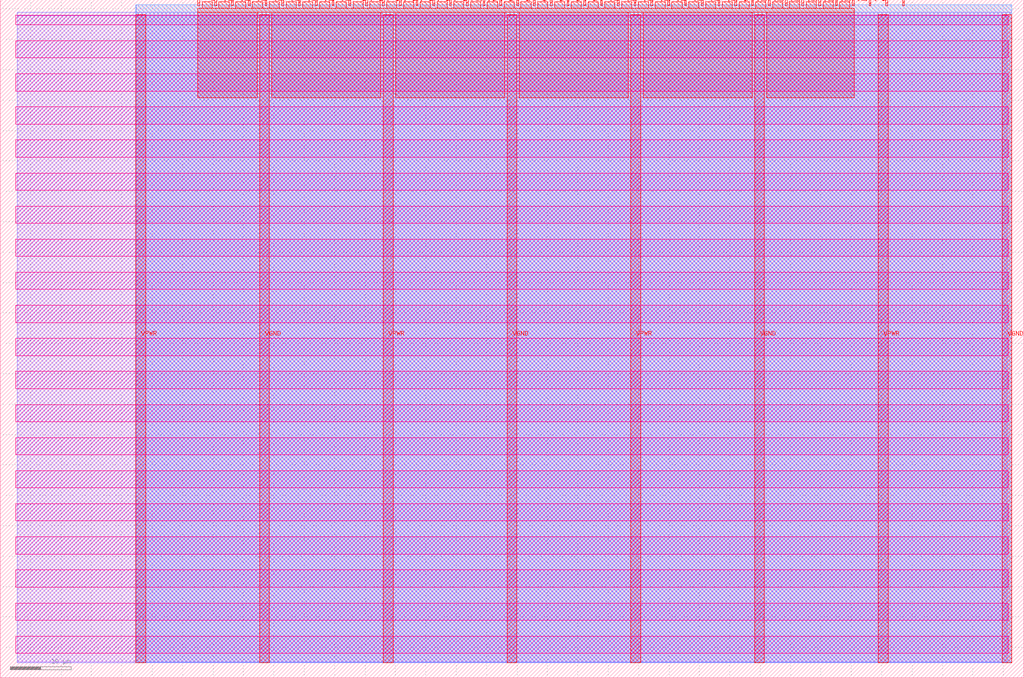
<source format=lef>
VERSION 5.7 ;
  NOWIREEXTENSIONATPIN ON ;
  DIVIDERCHAR "/" ;
  BUSBITCHARS "[]" ;
MACRO tt_um_cejmu
  CLASS BLOCK ;
  FOREIGN tt_um_cejmu ;
  ORIGIN 0.000 0.000 ;
  SIZE 168.360 BY 111.520 ;
  PIN VGND
    DIRECTION INOUT ;
    USE GROUND ;
    PORT
      LAYER met4 ;
        RECT 42.670 2.480 44.270 109.040 ;
    END
    PORT
      LAYER met4 ;
        RECT 83.380 2.480 84.980 109.040 ;
    END
    PORT
      LAYER met4 ;
        RECT 124.090 2.480 125.690 109.040 ;
    END
    PORT
      LAYER met4 ;
        RECT 164.800 2.480 166.400 109.040 ;
    END
  END VGND
  PIN VPWR
    DIRECTION INOUT ;
    USE POWER ;
    PORT
      LAYER met4 ;
        RECT 22.315 2.480 23.915 109.040 ;
    END
    PORT
      LAYER met4 ;
        RECT 63.025 2.480 64.625 109.040 ;
    END
    PORT
      LAYER met4 ;
        RECT 103.735 2.480 105.335 109.040 ;
    END
    PORT
      LAYER met4 ;
        RECT 144.445 2.480 146.045 109.040 ;
    END
  END VPWR
  PIN clk
    DIRECTION INPUT ;
    USE SIGNAL ;
    PORT
      LAYER met4 ;
        RECT 145.670 110.520 145.970 111.520 ;
    END
  END clk
  PIN ena
    DIRECTION INPUT ;
    USE SIGNAL ;
    PORT
      LAYER met4 ;
        RECT 148.430 110.520 148.730 111.520 ;
    END
  END ena
  PIN rst_n
    DIRECTION INPUT ;
    USE SIGNAL ;
    PORT
      LAYER met4 ;
        RECT 142.910 110.520 143.210 111.520 ;
    END
  END rst_n
  PIN ui_in[0]
    DIRECTION INPUT ;
    USE SIGNAL ;
    ANTENNAGATEAREA 0.126000 ;
    PORT
      LAYER met4 ;
        RECT 140.150 110.520 140.450 111.520 ;
    END
  END ui_in[0]
  PIN ui_in[1]
    DIRECTION INPUT ;
    USE SIGNAL ;
    ANTENNAGATEAREA 0.196500 ;
    PORT
      LAYER met4 ;
        RECT 137.390 110.520 137.690 111.520 ;
    END
  END ui_in[1]
  PIN ui_in[2]
    DIRECTION INPUT ;
    USE SIGNAL ;
    ANTENNAGATEAREA 0.196500 ;
    PORT
      LAYER met4 ;
        RECT 134.630 110.520 134.930 111.520 ;
    END
  END ui_in[2]
  PIN ui_in[3]
    DIRECTION INPUT ;
    USE SIGNAL ;
    ANTENNAGATEAREA 0.213000 ;
    PORT
      LAYER met4 ;
        RECT 131.870 110.520 132.170 111.520 ;
    END
  END ui_in[3]
  PIN ui_in[4]
    DIRECTION INPUT ;
    USE SIGNAL ;
    ANTENNAGATEAREA 0.159000 ;
    PORT
      LAYER met4 ;
        RECT 129.110 110.520 129.410 111.520 ;
    END
  END ui_in[4]
  PIN ui_in[5]
    DIRECTION INPUT ;
    USE SIGNAL ;
    ANTENNAGATEAREA 0.196500 ;
    PORT
      LAYER met4 ;
        RECT 126.350 110.520 126.650 111.520 ;
    END
  END ui_in[5]
  PIN ui_in[6]
    DIRECTION INPUT ;
    USE SIGNAL ;
    ANTENNAGATEAREA 0.213000 ;
    PORT
      LAYER met4 ;
        RECT 123.590 110.520 123.890 111.520 ;
    END
  END ui_in[6]
  PIN ui_in[7]
    DIRECTION INPUT ;
    USE SIGNAL ;
    ANTENNAGATEAREA 0.159000 ;
    PORT
      LAYER met4 ;
        RECT 120.830 110.520 121.130 111.520 ;
    END
  END ui_in[7]
  PIN uio_in[0]
    DIRECTION INPUT ;
    USE SIGNAL ;
    ANTENNAGATEAREA 0.196500 ;
    PORT
      LAYER met4 ;
        RECT 118.070 110.520 118.370 111.520 ;
    END
  END uio_in[0]
  PIN uio_in[1]
    DIRECTION INPUT ;
    USE SIGNAL ;
    ANTENNAGATEAREA 0.196500 ;
    PORT
      LAYER met4 ;
        RECT 115.310 110.520 115.610 111.520 ;
    END
  END uio_in[1]
  PIN uio_in[2]
    DIRECTION INPUT ;
    USE SIGNAL ;
    PORT
      LAYER met4 ;
        RECT 112.550 110.520 112.850 111.520 ;
    END
  END uio_in[2]
  PIN uio_in[3]
    DIRECTION INPUT ;
    USE SIGNAL ;
    PORT
      LAYER met4 ;
        RECT 109.790 110.520 110.090 111.520 ;
    END
  END uio_in[3]
  PIN uio_in[4]
    DIRECTION INPUT ;
    USE SIGNAL ;
    PORT
      LAYER met4 ;
        RECT 107.030 110.520 107.330 111.520 ;
    END
  END uio_in[4]
  PIN uio_in[5]
    DIRECTION INPUT ;
    USE SIGNAL ;
    PORT
      LAYER met4 ;
        RECT 104.270 110.520 104.570 111.520 ;
    END
  END uio_in[5]
  PIN uio_in[6]
    DIRECTION INPUT ;
    USE SIGNAL ;
    PORT
      LAYER met4 ;
        RECT 101.510 110.520 101.810 111.520 ;
    END
  END uio_in[6]
  PIN uio_in[7]
    DIRECTION INPUT ;
    USE SIGNAL ;
    PORT
      LAYER met4 ;
        RECT 98.750 110.520 99.050 111.520 ;
    END
  END uio_in[7]
  PIN uio_oe[0]
    DIRECTION OUTPUT TRISTATE ;
    USE SIGNAL ;
    PORT
      LAYER met4 ;
        RECT 51.830 110.520 52.130 111.520 ;
    END
  END uio_oe[0]
  PIN uio_oe[1]
    DIRECTION OUTPUT TRISTATE ;
    USE SIGNAL ;
    PORT
      LAYER met4 ;
        RECT 49.070 110.520 49.370 111.520 ;
    END
  END uio_oe[1]
  PIN uio_oe[2]
    DIRECTION OUTPUT TRISTATE ;
    USE SIGNAL ;
    PORT
      LAYER met4 ;
        RECT 46.310 110.520 46.610 111.520 ;
    END
  END uio_oe[2]
  PIN uio_oe[3]
    DIRECTION OUTPUT TRISTATE ;
    USE SIGNAL ;
    PORT
      LAYER met4 ;
        RECT 43.550 110.520 43.850 111.520 ;
    END
  END uio_oe[3]
  PIN uio_oe[4]
    DIRECTION OUTPUT TRISTATE ;
    USE SIGNAL ;
    PORT
      LAYER met4 ;
        RECT 40.790 110.520 41.090 111.520 ;
    END
  END uio_oe[4]
  PIN uio_oe[5]
    DIRECTION OUTPUT TRISTATE ;
    USE SIGNAL ;
    PORT
      LAYER met4 ;
        RECT 38.030 110.520 38.330 111.520 ;
    END
  END uio_oe[5]
  PIN uio_oe[6]
    DIRECTION OUTPUT TRISTATE ;
    USE SIGNAL ;
    PORT
      LAYER met4 ;
        RECT 35.270 110.520 35.570 111.520 ;
    END
  END uio_oe[6]
  PIN uio_oe[7]
    DIRECTION OUTPUT TRISTATE ;
    USE SIGNAL ;
    PORT
      LAYER met4 ;
        RECT 32.510 110.520 32.810 111.520 ;
    END
  END uio_oe[7]
  PIN uio_out[0]
    DIRECTION OUTPUT TRISTATE ;
    USE SIGNAL ;
    PORT
      LAYER met4 ;
        RECT 73.910 110.520 74.210 111.520 ;
    END
  END uio_out[0]
  PIN uio_out[1]
    DIRECTION OUTPUT TRISTATE ;
    USE SIGNAL ;
    PORT
      LAYER met4 ;
        RECT 71.150 110.520 71.450 111.520 ;
    END
  END uio_out[1]
  PIN uio_out[2]
    DIRECTION OUTPUT TRISTATE ;
    USE SIGNAL ;
    PORT
      LAYER met4 ;
        RECT 68.390 110.520 68.690 111.520 ;
    END
  END uio_out[2]
  PIN uio_out[3]
    DIRECTION OUTPUT TRISTATE ;
    USE SIGNAL ;
    PORT
      LAYER met4 ;
        RECT 65.630 110.520 65.930 111.520 ;
    END
  END uio_out[3]
  PIN uio_out[4]
    DIRECTION OUTPUT TRISTATE ;
    USE SIGNAL ;
    PORT
      LAYER met4 ;
        RECT 62.870 110.520 63.170 111.520 ;
    END
  END uio_out[4]
  PIN uio_out[5]
    DIRECTION OUTPUT TRISTATE ;
    USE SIGNAL ;
    PORT
      LAYER met4 ;
        RECT 60.110 110.520 60.410 111.520 ;
    END
  END uio_out[5]
  PIN uio_out[6]
    DIRECTION OUTPUT TRISTATE ;
    USE SIGNAL ;
    PORT
      LAYER met4 ;
        RECT 57.350 110.520 57.650 111.520 ;
    END
  END uio_out[6]
  PIN uio_out[7]
    DIRECTION OUTPUT TRISTATE ;
    USE SIGNAL ;
    PORT
      LAYER met4 ;
        RECT 54.590 110.520 54.890 111.520 ;
    END
  END uio_out[7]
  PIN uo_out[0]
    DIRECTION OUTPUT TRISTATE ;
    USE SIGNAL ;
    ANTENNADIFFAREA 1.288000 ;
    PORT
      LAYER met4 ;
        RECT 95.990 110.520 96.290 111.520 ;
    END
  END uo_out[0]
  PIN uo_out[1]
    DIRECTION OUTPUT TRISTATE ;
    USE SIGNAL ;
    ANTENNADIFFAREA 0.891000 ;
    PORT
      LAYER met4 ;
        RECT 93.230 110.520 93.530 111.520 ;
    END
  END uo_out[1]
  PIN uo_out[2]
    DIRECTION OUTPUT TRISTATE ;
    USE SIGNAL ;
    ANTENNADIFFAREA 0.445500 ;
    PORT
      LAYER met4 ;
        RECT 90.470 110.520 90.770 111.520 ;
    END
  END uo_out[2]
  PIN uo_out[3]
    DIRECTION OUTPUT TRISTATE ;
    USE SIGNAL ;
    ANTENNADIFFAREA 0.795200 ;
    PORT
      LAYER met4 ;
        RECT 87.710 110.520 88.010 111.520 ;
    END
  END uo_out[3]
  PIN uo_out[4]
    DIRECTION OUTPUT TRISTATE ;
    USE SIGNAL ;
    ANTENNADIFFAREA 0.891000 ;
    PORT
      LAYER met4 ;
        RECT 84.950 110.520 85.250 111.520 ;
    END
  END uo_out[4]
  PIN uo_out[5]
    DIRECTION OUTPUT TRISTATE ;
    USE SIGNAL ;
    ANTENNADIFFAREA 0.445500 ;
    PORT
      LAYER met4 ;
        RECT 82.190 110.520 82.490 111.520 ;
    END
  END uo_out[5]
  PIN uo_out[6]
    DIRECTION OUTPUT TRISTATE ;
    USE SIGNAL ;
    ANTENNADIFFAREA 0.445500 ;
    PORT
      LAYER met4 ;
        RECT 79.430 110.520 79.730 111.520 ;
    END
  END uo_out[6]
  PIN uo_out[7]
    DIRECTION OUTPUT TRISTATE ;
    USE SIGNAL ;
    ANTENNADIFFAREA 0.891000 ;
    PORT
      LAYER met4 ;
        RECT 76.670 110.520 76.970 111.520 ;
    END
  END uo_out[7]
  OBS
      LAYER nwell ;
        RECT 2.570 107.385 165.790 108.990 ;
        RECT 2.570 101.945 165.790 104.775 ;
        RECT 2.570 96.505 165.790 99.335 ;
        RECT 2.570 91.065 165.790 93.895 ;
        RECT 2.570 85.625 165.790 88.455 ;
        RECT 2.570 80.185 165.790 83.015 ;
        RECT 2.570 74.745 165.790 77.575 ;
        RECT 2.570 69.305 165.790 72.135 ;
        RECT 2.570 63.865 165.790 66.695 ;
        RECT 2.570 58.425 165.790 61.255 ;
        RECT 2.570 52.985 165.790 55.815 ;
        RECT 2.570 47.545 165.790 50.375 ;
        RECT 2.570 42.105 165.790 44.935 ;
        RECT 2.570 36.665 165.790 39.495 ;
        RECT 2.570 31.225 165.790 34.055 ;
        RECT 2.570 25.785 165.790 28.615 ;
        RECT 2.570 20.345 165.790 23.175 ;
        RECT 2.570 14.905 165.790 17.735 ;
        RECT 2.570 9.465 165.790 12.295 ;
        RECT 2.570 4.025 165.790 6.855 ;
      LAYER li1 ;
        RECT 2.760 2.635 165.600 108.885 ;
      LAYER met1 ;
        RECT 2.760 2.480 166.400 109.440 ;
      LAYER met2 ;
        RECT 22.345 2.535 166.370 110.685 ;
      LAYER met3 ;
        RECT 22.325 2.555 166.390 110.665 ;
      LAYER met4 ;
        RECT 33.210 110.120 34.870 111.170 ;
        RECT 35.970 110.120 37.630 111.170 ;
        RECT 38.730 110.120 40.390 111.170 ;
        RECT 41.490 110.120 43.150 111.170 ;
        RECT 44.250 110.120 45.910 111.170 ;
        RECT 47.010 110.120 48.670 111.170 ;
        RECT 49.770 110.120 51.430 111.170 ;
        RECT 52.530 110.120 54.190 111.170 ;
        RECT 55.290 110.120 56.950 111.170 ;
        RECT 58.050 110.120 59.710 111.170 ;
        RECT 60.810 110.120 62.470 111.170 ;
        RECT 63.570 110.120 65.230 111.170 ;
        RECT 66.330 110.120 67.990 111.170 ;
        RECT 69.090 110.120 70.750 111.170 ;
        RECT 71.850 110.120 73.510 111.170 ;
        RECT 74.610 110.120 76.270 111.170 ;
        RECT 77.370 110.120 79.030 111.170 ;
        RECT 80.130 110.120 81.790 111.170 ;
        RECT 82.890 110.120 84.550 111.170 ;
        RECT 85.650 110.120 87.310 111.170 ;
        RECT 88.410 110.120 90.070 111.170 ;
        RECT 91.170 110.120 92.830 111.170 ;
        RECT 93.930 110.120 95.590 111.170 ;
        RECT 96.690 110.120 98.350 111.170 ;
        RECT 99.450 110.120 101.110 111.170 ;
        RECT 102.210 110.120 103.870 111.170 ;
        RECT 104.970 110.120 106.630 111.170 ;
        RECT 107.730 110.120 109.390 111.170 ;
        RECT 110.490 110.120 112.150 111.170 ;
        RECT 113.250 110.120 114.910 111.170 ;
        RECT 116.010 110.120 117.670 111.170 ;
        RECT 118.770 110.120 120.430 111.170 ;
        RECT 121.530 110.120 123.190 111.170 ;
        RECT 124.290 110.120 125.950 111.170 ;
        RECT 127.050 110.120 128.710 111.170 ;
        RECT 129.810 110.120 131.470 111.170 ;
        RECT 132.570 110.120 134.230 111.170 ;
        RECT 135.330 110.120 136.990 111.170 ;
        RECT 138.090 110.120 139.750 111.170 ;
        RECT 32.495 109.440 140.465 110.120 ;
        RECT 32.495 95.375 42.270 109.440 ;
        RECT 44.670 95.375 62.625 109.440 ;
        RECT 65.025 95.375 82.980 109.440 ;
        RECT 85.380 95.375 103.335 109.440 ;
        RECT 105.735 95.375 123.690 109.440 ;
        RECT 126.090 95.375 140.465 109.440 ;
  END
END tt_um_cejmu
END LIBRARY


</source>
